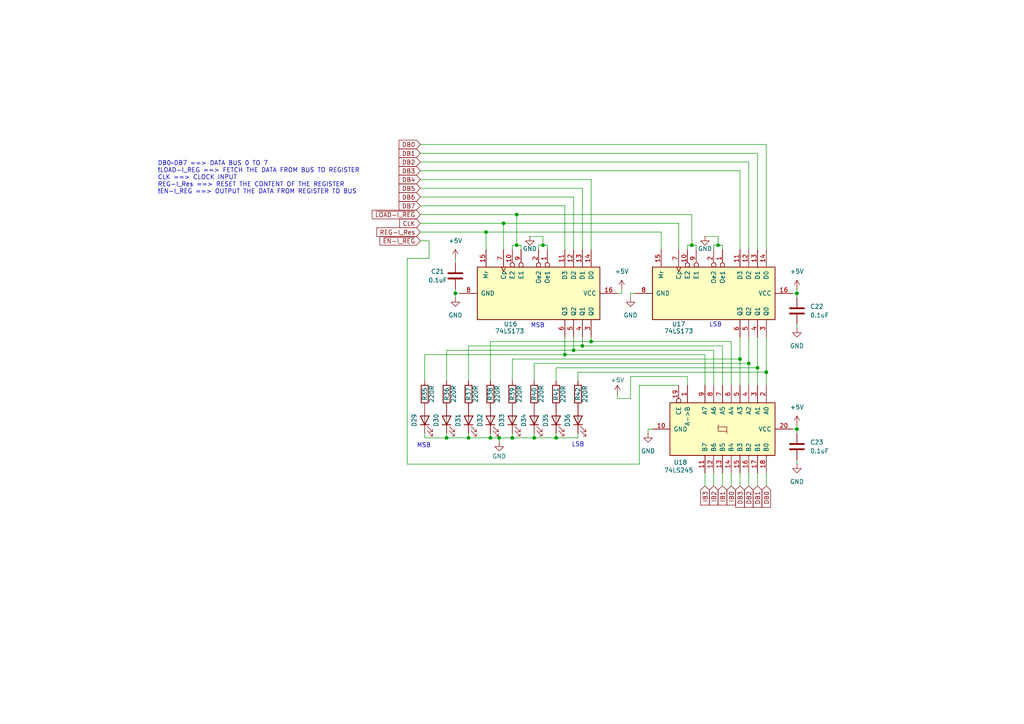
<source format=kicad_sch>
(kicad_sch (version 20231120) (generator "eeschema") (generator_version "8.0")
  (paper "A4")
  (title_block (title "8-BIT INSTRUCTION REGISTER") (date "2024-09-16") (rev "0.0") (company "MY COMPANY") (comment 1 "AUTHOR SAYAN RANA"))
  (lib_symbols
    (symbol "74xx:74LS173" (pin_names (offset 1.016))
      (property "Reference" "U" (at -7.62 19.05 0))
      (property "Value" "74LS173" (at -7.62 -19.05 0))
      (symbol "74LS173_1_0"
        (pin input inverted (at -12.7 2.54 0) (length 5.08) (name "Oe1") (number "1"))
        (pin input inverted (at -12.7 -7.62 0) (length 5.08) (name "E2") (number "10"))
        (pin input line (at -12.7 7.62 0) (length 5.08) (name "D3") (number "11"))
        (pin input line (at -12.7 10.16 0) (length 5.08) (name "D2") (number "12"))
        (pin input line (at -12.7 12.7 0) (length 5.08) (name "D1") (number "13"))
        (pin input line (at -12.7 15.24 0) (length 5.08) (name "D0") (number "14"))
        (pin input line (at -12.7 -15.24 0) (length 5.08) (name "Mr") (number "15"))
        (pin power_in line (at 0 22.86 270) (length 5.08) (name "VCC") (number "16"))
        (pin input inverted (at -12.7 0 0) (length 5.08) (name "Oe2") (number "2"))
        (pin tri_state line (at 12.7 15.24 180) (length 5.08) (name "Q0") (number "3"))
        (pin tri_state line (at 12.7 12.7 180) (length 5.08) (name "Q1") (number "4"))
        (pin tri_state line (at 12.7 10.16 180) (length 5.08) (name "Q2") (number "5"))
        (pin tri_state line (at 12.7 7.62 180) (length 5.08) (name "Q3") (number "6"))
        (pin input clock (at -12.7 -10.16 0) (length 5.08) (name "Cp") (number "7"))
        (pin power_in line (at 0 -22.86 90) (length 5.08) (name "GND") (number "8"))
        (pin input inverted (at -12.7 -5.08 0) (length 5.08) (name "E1") (number "9"))
      )
      (symbol "74LS173_1_1"
        (rectangle (start -7.62 17.78) (end 7.62 -17.78) (stroke (width 0.254)) (fill (type background)))
      )
    )
    (symbol "74xx:74LS245" (pin_names (offset 1.016))
      (property "Reference" "U" (at -7.62 16.51 0))
      (property "Value" "74LS245" (at -7.62 -16.51 0))
      (symbol "74LS245_1_0"
        (polyline (pts (xy -0.635 -1.27) (xy -0.635 1.27) (xy 0.635 1.27)))
        (polyline (pts (xy -1.27 -1.27) (xy 0.635 -1.27) (xy 0.635 1.27) (xy 1.27 1.27)))
        (pin input line (at -12.7 -10.16 0) (length 5.08) (name "A->B") (number "1"))
        (pin power_in line (at 0 -20.32 90) (length 5.08) (name "GND") (number "10"))
        (pin tri_state line (at 12.7 -5.08 180) (length 5.08) (name "B7") (number "11"))
        (pin tri_state line (at 12.7 -2.54 180) (length 5.08) (name "B6") (number "12"))
        (pin tri_state line (at 12.7 0 180) (length 5.08) (name "B5") (number "13"))
        (pin tri_state line (at 12.7 2.54 180) (length 5.08) (name "B4") (number "14"))
        (pin tri_state line (at 12.7 5.08 180) (length 5.08) (name "B3") (number "15"))
        (pin tri_state line (at 12.7 7.62 180) (length 5.08) (name "B2") (number "16"))
        (pin tri_state line (at 12.7 10.16 180) (length 5.08) (name "B1") (number "17"))
        (pin tri_state line (at 12.7 12.7 180) (length 5.08) (name "B0") (number "18"))
        (pin input inverted (at -12.7 -12.7 0) (length 5.08) (name "CE") (number "19"))
        (pin tri_state line (at -12.7 12.7 0) (length 5.08) (name "A0") (number "2"))
        (pin power_in line (at 0 20.32 270) (length 5.08) (name "VCC") (number "20"))
        (pin tri_state line (at -12.7 10.16 0) (length 5.08) (name "A1") (number "3"))
        (pin tri_state line (at -12.7 7.62 0) (length 5.08) (name "A2") (number "4"))
        (pin tri_state line (at -12.7 5.08 0) (length 5.08) (name "A3") (number "5"))
        (pin tri_state line (at -12.7 2.54 0) (length 5.08) (name "A4") (number "6"))
        (pin tri_state line (at -12.7 0 0) (length 5.08) (name "A5") (number "7"))
        (pin tri_state line (at -12.7 -2.54 0) (length 5.08) (name "A6") (number "8"))
        (pin tri_state line (at -12.7 -5.08 0) (length 5.08) (name "A7") (number "9"))
      )
      (symbol "74LS245_1_1"
        (rectangle (start -7.62 15.24) (end 7.62 -15.24) (stroke (width 0.254)) (fill (type background)))
      )
    )
    (symbol "Device:C" (pin_numbers hide) (pin_names (offset 0.254))
      (property "Reference" "C" (at 0.635 2.54 0))
      (property "Value" "C" (at 0.635 -2.54 0))
      (symbol "C_0_1"
        (polyline (pts (xy -2.032 -0.762) (xy 2.032 -0.762)) (stroke (width 0.508)))
        (polyline (pts (xy -2.032 0.762) (xy 2.032 0.762)) (stroke (width 0.508)))
      )
      (symbol "C_1_1"
        (pin passive line (at 0 3.81 270) (length 2.794) (name "~") (number "1"))
        (pin passive line (at 0 -3.81 90) (length 2.794) (name "~") (number "2"))
      )
    )
    (symbol "Device:LED" (pin_numbers hide) (pin_names (offset 1.016) hide)
      (property "Reference" "D" (at 0 2.54 0))
      (property "Value" "LED" (at 0 -2.54 0))
      (symbol "LED_0_1"
        (polyline (pts (xy -1.27 -1.27) (xy -1.27 1.27)) (stroke (width 0.254)))
        (polyline (pts (xy -1.27 0) (xy 1.27 0)))
        (polyline (pts (xy 1.27 -1.27) (xy 1.27 1.27) (xy -1.27 0) (xy 1.27 -1.27)) (stroke (width 0.254)))
        (polyline (pts (xy -3.048 -0.762) (xy -4.572 -2.286) (xy -3.81 -2.286) (xy -4.572 -2.286) (xy -4.572 -1.524)))
        (polyline (pts (xy -1.778 -0.762) (xy -3.302 -2.286) (xy -2.54 -2.286) (xy -3.302 -2.286) (xy -3.302 -1.524)))
      )
      (symbol "LED_1_1"
        (pin passive line (at -3.81 0 0) (length 2.54) (name "K") (number "1"))
        (pin passive line (at 3.81 0 180) (length 2.54) (name "A") (number "2"))
      )
    )
    (symbol "Device:R" (pin_numbers hide) (pin_names (offset 0))
      (property "Reference" "R" (at 2.032 0 90))
      (property "Value" "R" (at 0 0 90))
      (symbol "R_0_1"
        (rectangle (start -1.016 -2.54) (end 1.016 2.54) (stroke (width 0.254)))
      )
      (symbol "R_1_1"
        (pin passive line (at 0 3.81 270) (length 1.27) (name "~") (number "1"))
        (pin passive line (at 0 -3.81 90) (length 1.27) (name "~") (number "2"))
      )
    )
    (symbol "power:+5V" (power) (pin_numbers hide) (pin_names (offset 0) hide)
      (property "Value" "+5V" (at 0 3.556 0))
      (symbol "+5V_0_1"
        (polyline (pts (xy -0.762 1.27) (xy 0 2.54)))
        (polyline (pts (xy 0 0) (xy 0 2.54)))
        (polyline (pts (xy 0 2.54) (xy 0.762 1.27)))
      )
      (symbol "+5V_1_1"
        (pin power_in line (at 0 0 90) (length 0) (name "~") (number "1"))
      )
    )
    (symbol "power:GND" (power) (pin_numbers hide) (pin_names (offset 0) hide)
      (property "Value" "GND" (at 0 -3.81 0))
      (symbol "GND_0_1"
        (polyline (pts (xy 0 0) (xy 0 -1.27) (xy 1.27 -1.27) (xy 0 -2.54) (xy -1.27 -1.27) (xy 0 -1.27)))
      )
      (symbol "GND_1_1"
        (pin power_in line (at 0 0 270) (length 0) (name "~") (number "1"))
      )
    )
  )
  (junction (at 163.83 102.87))
  (junction (at 168.91 100.33))
  (junction (at 135.89 127))
  (junction (at 200.66 71.12))
  (junction (at 129.54 127))
  (junction (at 166.37 101.6))
  (junction (at 142.24 127))
  (junction (at 171.45 99.06))
  (junction (at 231.14 124.46))
  (junction (at 144.78 127))
  (junction (at 214.63 104.14))
  (junction (at 149.86 62.23))
  (junction (at 148.59 127))
  (junction (at 154.94 127))
  (junction (at 157.48 71.12))
  (junction (at 231.14 85.09))
  (junction (at 208.28 71.12))
  (junction (at 161.29 127))
  (junction (at 140.97 67.31))
  (junction (at 132.08 85.09))
  (junction (at 219.71 106.68))
  (junction (at 222.25 107.95))
  (junction (at 146.05 64.77))
  (junction (at 217.17 105.41))
  (junction (at 149.86 71.12))
  (wire (pts (xy 182.88 115.57) (xy 179.07 115.57)))
  (wire (pts (xy 142.24 127) (xy 144.78 127)))
  (wire (pts (xy 180.34 85.09) (xy 179.07 85.09)))
  (wire (pts (xy 157.48 71.12) (xy 158.75 71.12)))
  (wire (pts (xy 154.94 105.41) (xy 217.17 105.41)))
  (wire (pts (xy 148.59 104.14) (xy 214.63 104.14)))
  (wire (pts (xy 121.92 62.23) (xy 149.86 62.23)))
  (wire (pts (xy 121.92 64.77) (xy 146.05 64.77)))
  (wire (pts (xy 229.87 124.46) (xy 231.14 124.46)))
  (wire (pts (xy 149.86 71.12) (xy 151.13 71.12)))
  (wire (pts (xy 154.94 127) (xy 161.29 127)))
  (wire (pts (xy 146.05 64.77) (xy 196.85 64.77)))
  (wire (pts (xy 129.54 125.73) (xy 129.54 127)))
  (wire (pts (xy 185.42 134.62) (xy 118.11 134.62)))
  (wire (pts (xy 167.64 107.95) (xy 222.25 107.95)))
  (wire (pts (xy 209.55 100.33) (xy 168.91 100.33)))
  (wire (pts (xy 121.92 52.07) (xy 171.45 52.07)))
  (wire (pts (xy 231.14 123.19) (xy 231.14 124.46)))
  (wire (pts (xy 142.24 125.73) (xy 142.24 127)))
  (wire (pts (xy 166.37 57.15) (xy 166.37 72.39)))
  (wire (pts (xy 214.63 137.16) (xy 214.63 140.97)))
  (wire (pts (xy 185.42 111.76) (xy 185.42 134.62)))
  (wire (pts (xy 179.07 115.57) (xy 179.07 114.3)))
  (wire (pts (xy 199.39 109.22) (xy 182.88 109.22)))
  (wire (pts (xy 207.01 72.39) (xy 207.01 71.12)))
  (wire (pts (xy 219.71 106.68) (xy 219.71 111.76)))
  (wire (pts (xy 209.55 100.33) (xy 209.55 111.76)))
  (wire (pts (xy 217.17 137.16) (xy 217.17 140.97)))
  (wire (pts (xy 124.46 69.85) (xy 121.92 69.85)))
  (wire (pts (xy 132.08 85.09) (xy 132.08 86.36)))
  (wire (pts (xy 212.09 137.16) (xy 212.09 140.97)))
  (wire (pts (xy 219.71 97.79) (xy 219.71 106.68)))
  (wire (pts (xy 135.89 125.73) (xy 135.89 127)))
  (wire (pts (xy 209.55 137.16) (xy 209.55 140.97)))
  (wire (pts (xy 135.89 127) (xy 142.24 127)))
  (wire (pts (xy 199.39 71.12) (xy 200.66 71.12)))
  (wire (pts (xy 140.97 67.31) (xy 191.77 67.31)))
  (wire (pts (xy 222.25 97.79) (xy 222.25 107.95)))
  (wire (pts (xy 154.94 110.49) (xy 154.94 105.41)))
  (wire (pts (xy 231.14 133.35) (xy 231.14 134.62)))
  (wire (pts (xy 200.66 62.23) (xy 149.86 62.23)))
  (wire (pts (xy 204.47 68.58) (xy 208.28 68.58)))
  (wire (pts (xy 123.19 125.73) (xy 123.19 127)))
  (wire (pts (xy 121.92 44.45) (xy 219.71 44.45)))
  (wire (pts (xy 121.92 49.53) (xy 214.63 49.53)))
  (wire (pts (xy 180.34 83.82) (xy 180.34 85.09)))
  (wire (pts (xy 129.54 101.6) (xy 166.37 101.6)))
  (wire (pts (xy 182.88 85.09) (xy 182.88 86.36)))
  (wire (pts (xy 204.47 102.87) (xy 163.83 102.87)))
  (wire (pts (xy 156.21 72.39) (xy 156.21 71.12)))
  (wire (pts (xy 231.14 93.98) (xy 231.14 95.25)))
  (wire (pts (xy 222.25 41.91) (xy 222.25 72.39)))
  (wire (pts (xy 168.91 54.61) (xy 121.92 54.61)))
  (wire (pts (xy 231.14 85.09) (xy 231.14 83.82)))
  (wire (pts (xy 200.66 71.12) (xy 201.93 71.12)))
  (wire (pts (xy 208.28 68.58) (xy 208.28 71.12)))
  (wire (pts (xy 146.05 64.77) (xy 146.05 72.39)))
  (wire (pts (xy 161.29 125.73) (xy 161.29 127)))
  (wire (pts (xy 148.59 72.39) (xy 148.59 71.12)))
  (wire (pts (xy 144.78 127) (xy 148.59 127)))
  (wire (pts (xy 154.94 125.73) (xy 154.94 127)))
  (wire (pts (xy 142.24 99.06) (xy 171.45 99.06)))
  (wire (pts (xy 207.01 137.16) (xy 207.01 140.97)))
  (wire (pts (xy 212.09 99.06) (xy 171.45 99.06)))
  (wire (pts (xy 163.83 102.87) (xy 123.19 102.87)))
  (wire (pts (xy 196.85 64.77) (xy 196.85 72.39)))
  (wire (pts (xy 167.64 110.49) (xy 167.64 107.95)))
  (wire (pts (xy 144.78 127) (xy 144.78 128.27)))
  (wire (pts (xy 148.59 71.12) (xy 149.86 71.12)))
  (wire (pts (xy 140.97 72.39) (xy 140.97 67.31)))
  (wire (pts (xy 199.39 111.76) (xy 199.39 109.22)))
  (wire (pts (xy 229.87 85.09) (xy 231.14 85.09)))
  (wire (pts (xy 158.75 71.12) (xy 158.75 72.39)))
  (wire (pts (xy 187.96 125.73) (xy 187.96 124.46)))
  (wire (pts (xy 161.29 110.49) (xy 161.29 106.68)))
  (wire (pts (xy 204.47 137.16) (xy 204.47 140.97)))
  (wire (pts (xy 121.92 41.91) (xy 222.25 41.91)))
  (wire (pts (xy 153.67 68.58) (xy 157.48 68.58)))
  (wire (pts (xy 208.28 71.12) (xy 209.55 71.12)))
  (wire (pts (xy 219.71 137.16) (xy 219.71 140.97)))
  (wire (pts (xy 214.63 49.53) (xy 214.63 72.39)))
  (wire (pts (xy 214.63 97.79) (xy 214.63 104.14)))
  (wire (pts (xy 163.83 59.69) (xy 163.83 72.39)))
  (wire (pts (xy 171.45 99.06) (xy 171.45 97.79)))
  (wire (pts (xy 204.47 102.87) (xy 204.47 111.76)))
  (wire (pts (xy 156.21 71.12) (xy 157.48 71.12)))
  (wire (pts (xy 231.14 124.46) (xy 231.14 125.73)))
  (wire (pts (xy 132.08 83.82) (xy 132.08 85.09)))
  (wire (pts (xy 207.01 71.12) (xy 208.28 71.12)))
  (wire (pts (xy 209.55 71.12) (xy 209.55 72.39)))
  (wire (pts (xy 121.92 57.15) (xy 166.37 57.15)))
  (wire (pts (xy 201.93 71.12) (xy 201.93 72.39)))
  (wire (pts (xy 217.17 105.41) (xy 217.17 111.76)))
  (wire (pts (xy 123.19 127) (xy 129.54 127)))
  (wire (pts (xy 148.59 110.49) (xy 148.59 104.14)))
  (wire (pts (xy 219.71 44.45) (xy 219.71 72.39)))
  (wire (pts (xy 231.14 85.09) (xy 231.14 86.36)))
  (wire (pts (xy 185.42 111.76) (xy 196.85 111.76)))
  (wire (pts (xy 148.59 127) (xy 154.94 127)))
  (wire (pts (xy 187.96 124.46) (xy 189.23 124.46)))
  (wire (pts (xy 121.92 46.99) (xy 217.17 46.99)))
  (wire (pts (xy 124.46 74.93) (xy 124.46 69.85)))
  (wire (pts (xy 121.92 59.69) (xy 163.83 59.69)))
  (wire (pts (xy 123.19 102.87) (xy 123.19 110.49)))
  (wire (pts (xy 171.45 52.07) (xy 171.45 72.39)))
  (wire (pts (xy 182.88 109.22) (xy 182.88 115.57)))
  (wire (pts (xy 200.66 71.12) (xy 200.66 62.23)))
  (wire (pts (xy 129.54 127) (xy 135.89 127)))
  (wire (pts (xy 149.86 62.23) (xy 149.86 71.12)))
  (wire (pts (xy 118.11 74.93) (xy 124.46 74.93)))
  (wire (pts (xy 217.17 46.99) (xy 217.17 72.39)))
  (wire (pts (xy 214.63 104.14) (xy 214.63 111.76)))
  (wire (pts (xy 157.48 68.58) (xy 157.48 71.12)))
  (wire (pts (xy 212.09 99.06) (xy 212.09 111.76)))
  (wire (pts (xy 217.17 97.79) (xy 217.17 105.41)))
  (wire (pts (xy 166.37 101.6) (xy 166.37 97.79)))
  (wire (pts (xy 161.29 127) (xy 167.64 127)))
  (wire (pts (xy 135.89 110.49) (xy 135.89 100.33)))
  (wire (pts (xy 151.13 71.12) (xy 151.13 72.39)))
  (wire (pts (xy 163.83 102.87) (xy 163.83 97.79)))
  (wire (pts (xy 168.91 72.39) (xy 168.91 54.61)))
  (wire (pts (xy 222.25 137.16) (xy 222.25 140.97)))
  (wire (pts (xy 135.89 100.33) (xy 168.91 100.33)))
  (wire (pts (xy 191.77 67.31) (xy 191.77 72.39)))
  (wire (pts (xy 207.01 101.6) (xy 207.01 111.76)))
  (wire (pts (xy 133.35 85.09) (xy 132.08 85.09)))
  (wire (pts (xy 129.54 110.49) (xy 129.54 101.6)))
  (wire (pts (xy 199.39 72.39) (xy 199.39 71.12)))
  (wire (pts (xy 148.59 125.73) (xy 148.59 127)))
  (wire (pts (xy 161.29 106.68) (xy 219.71 106.68)))
  (wire (pts (xy 184.15 85.09) (xy 182.88 85.09)))
  (wire (pts (xy 168.91 100.33) (xy 168.91 97.79)))
  (wire (pts (xy 132.08 74.93) (xy 132.08 76.2)))
  (wire (pts (xy 167.64 127) (xy 167.64 125.73)))
  (wire (pts (xy 121.92 67.31) (xy 140.97 67.31)))
  (wire (pts (xy 166.37 101.6) (xy 207.01 101.6)))
  (wire (pts (xy 142.24 110.49) (xy 142.24 99.06)))
  (wire (pts (xy 118.11 134.62) (xy 118.11 74.93)))
  (wire (pts (xy 222.25 107.95) (xy 222.25 111.76)))
  (text "MSB" (at 122.936 129.286 0) (effects (font (size 1.27 1.27))))
  (text "LSB" (at 167.64 129.032 0) (effects (font (size 1.27 1.27))))
  (text "LSB" (at 207.518 94.234 0) (effects (font (size 1.27 1.27))))
  (text "MSB" (at 155.956 94.488 0) (effects (font (size 1.27 1.27))))
  (text "DB0~DB7 ==> DATA BUS 0 TO 7\n!LOAD-I_REG ==> FETCH THE DATA FROM BUS TO REGISTER\nCLK ==> CLOCK INPUT\nREG-I_Res ==> RESET THE CONTENT OF THE REGISTER\n!EN-I_REG ==> OUTPUT THE DATA FROM REGISTER TO BUS" (at 45.72 51.562 0) (effects (font (size 1.27 1.27)) (justify left)))
  (global_label "DB2" (shape input) (at 217.17 140.97 270) (property "Intersheetrefs" "${INTERSHEET_REFS}" (effects (hide yes))))
  (global_label "DB3" (shape input) (at 121.92 49.53 180) (property "Intersheetrefs" "${INTERSHEET_REFS}" (effects (hide yes))))
  (global_label "DB1" (shape input) (at 121.92 44.45 180) (property "Intersheetrefs" "${INTERSHEET_REFS}" (effects (hide yes))))
  (global_label "DB0" (shape input) (at 121.92 41.91 180) (property "Intersheetrefs" "${INTERSHEET_REFS}" (effects (hide yes))))
  (global_label "DB0" (shape input) (at 222.25 140.97 270) (property "Intersheetrefs" "${INTERSHEET_REFS}" (effects (hide yes))))
  (global_label "DB6" (shape input) (at 121.92 57.15 180) (property "Intersheetrefs" "${INTERSHEET_REFS}" (effects (hide yes))))
  (global_label "DB4" (shape input) (at 121.92 52.07 180) (property "Intersheetrefs" "${INTERSHEET_REFS}" (effects (hide yes))))
  (global_label "DB3" (shape input) (at 214.63 140.97 270) (property "Intersheetrefs" "${INTERSHEET_REFS}" (effects (hide yes))))
  (global_label "IB2" (shape input) (at 207.01 140.97 270) (property "Intersheetrefs" "${INTERSHEET_REFS}" (effects (hide yes))))
  (global_label "~{EN-I_REG}" (shape input) (at 121.92 69.85 180) (property "Intersheetrefs" "${INTERSHEET_REFS}" (effects (hide yes))))
  (global_label "IB1" (shape input) (at 209.55 140.97 270) (property "Intersheetrefs" "${INTERSHEET_REFS}" (effects (hide yes))))
  (global_label "DB5" (shape input) (at 121.92 54.61 180) (property "Intersheetrefs" "${INTERSHEET_REFS}" (effects (hide yes))))
  (global_label "IB0" (shape input) (at 212.09 140.97 270) (property "Intersheetrefs" "${INTERSHEET_REFS}" (effects (hide yes))))
  (global_label "DB2" (shape input) (at 121.92 46.99 180) (property "Intersheetrefs" "${INTERSHEET_REFS}" (effects (hide yes))))
  (global_label "DB7" (shape input) (at 121.92 59.69 180) (property "Intersheetrefs" "${INTERSHEET_REFS}" (effects (hide yes))))
  (global_label "IB3" (shape input) (at 204.47 140.97 270) (property "Intersheetrefs" "${INTERSHEET_REFS}" (effects (hide yes))))
  (global_label "~{LOAD-I_REG}" (shape input) (at 121.92 62.23 180) (property "Intersheetrefs" "${INTERSHEET_REFS}" (effects (hide yes))))
  (global_label "REG-I_Res" (shape input) (at 121.92 67.31 180) (property "Intersheetrefs" "${INTERSHEET_REFS}" (effects (hide yes))))
  (global_label "CLK" (shape input) (at 121.92 64.77 180) (property "Intersheetrefs" "${INTERSHEET_REFS}" (effects (hide yes))))
  (global_label "DB1" (shape input) (at 219.71 140.97 270) (property "Intersheetrefs" "${INTERSHEET_REFS}" (effects (hide yes))))
  (symbol (lib_id "power:GND") (at 204.47 68.58 0) (unit 1)
    (property "Reference" "#PWR063" (effects (hide yes)))
    (property "Value" "GND" (at 204.47 72.136 0))
    (property "Description" "Power symbol creates a global label with name \"GND\" , ground" (effects (hide yes)))
  )
  (symbol (lib_id "power:GND") (at 231.14 134.62 0) (unit 1)
    (property "Reference" "#PWR067" (effects (hide yes)))
    (property "Value" "GND" (at 231.14 139.7 0))
    (property "Description" "Power symbol creates a global label with name \"GND\" , ground" (effects (hide yes)))
  )
  (symbol (lib_id "Device:R") (at 154.94 114.3 180) (unit 1)
    (property "Reference" "R40" (at 154.94 114.3 90))
    (property "Value" "220R" (at 156.972 114.3 90))
    (property "Description" "Resistor" (effects (hide yes)))
  )
  (symbol (lib_id "power:GND") (at 144.78 128.27 0) (unit 1)
    (property "Reference" "#PWR057" (effects (hide yes)))
    (property "Value" "GND" (at 144.78 132.334 0))
    (property "Description" "Power symbol creates a global label with name \"GND\" , ground" (effects (hide yes)))
  )
  (symbol (lib_id "power:GND") (at 182.88 86.36 0) (unit 1)
    (property "Reference" "#PWR061" (effects (hide yes)))
    (property "Value" "GND" (at 182.88 91.44 0))
    (property "Description" "Power symbol creates a global label with name \"GND\" , ground" (effects (hide yes)))
  )
  (symbol (lib_id "Device:C") (at 231.14 90.17 0) (unit 1)
    (property "Reference" "C22" (at 234.95 88.8999 0) (effects (justify left)))
    (property "Value" "0.1uF" (at 234.95 91.4399 0) (effects (justify left)))
    (property "Description" "Unpolarized capacitor" (effects (hide yes)))
  )
  (symbol (lib_id "Device:R") (at 135.89 114.3 180) (unit 1)
    (property "Reference" "R37" (at 135.89 114.3 90))
    (property "Value" "220R" (at 137.922 114.3 90))
    (property "Description" "Resistor" (effects (hide yes)))
  )
  (symbol (lib_id "Device:C") (at 231.14 129.54 0) (unit 1)
    (property "Reference" "C23" (at 234.95 128.2699 0) (effects (justify left)))
    (property "Value" "0.1uF" (at 234.95 130.8099 0) (effects (justify left)))
    (property "Description" "Unpolarized capacitor" (effects (hide yes)))
  )
  (symbol (lib_id "Device:R") (at 167.64 114.3 180) (unit 1)
    (property "Reference" "R42" (at 167.64 114.3 90))
    (property "Value" "220R" (at 169.672 114.3 90))
    (property "Description" "Resistor" (effects (hide yes)))
  )
  (symbol (lib_id "74xx:74LS173") (at 207.01 85.09 270) (unit 1)
    (property "Reference" "U17" (at 196.85 93.98 90))
    (property "Value" "74LS173" (at 196.85 96.012 90))
    (property "Datasheet" "http://www.ti.com/lit/gpn/sn74LS173" (effects (hide yes)))
    (property "Description" "4-bit D-type Register, 3 state out" (effects (hide yes)))
  )
  (symbol (lib_id "Device:LED") (at 161.29 121.92 90) (unit 1)
    (property "Reference" "D35" (at 158.242 121.92 0))
    (property "Value" "LED" (effects (hide yes)))
    (property "Description" "Light emitting diode" (effects (hide yes)))
  )
  (symbol (lib_id "power:+5V") (at 231.14 83.82 0) (unit 1)
    (property "Reference" "#PWR064" (effects (hide yes)))
    (property "Value" "+5V" (at 231.14 78.74 0))
    (property "Description" "Power symbol creates a global label with name \"+5V\"" (effects (hide yes)))
  )
  (symbol (lib_id "power:GND") (at 153.67 68.58 0) (unit 1)
    (property "Reference" "#PWR058" (effects (hide yes)))
    (property "Value" "GND" (at 153.67 72.136 0))
    (property "Description" "Power symbol creates a global label with name \"GND\" , ground" (effects (hide yes)))
  )
  (symbol (lib_id "power:+5V") (at 180.34 83.82 0) (unit 1)
    (property "Reference" "#PWR060" (effects (hide yes)))
    (property "Value" "+5V" (at 180.34 78.74 0))
    (property "Description" "Power symbol creates a global label with name \"+5V\"" (effects (hide yes)))
  )
  (symbol (lib_id "Device:LED") (at 135.89 121.92 90) (unit 1)
    (property "Reference" "D31" (at 132.842 121.92 0))
    (property "Value" "LED" (effects (hide yes)))
    (property "Description" "Light emitting diode" (effects (hide yes)))
  )
  (symbol (lib_id "Device:LED") (at 129.54 121.92 90) (unit 1)
    (property "Reference" "D30" (at 126.492 121.92 0))
    (property "Value" "LED" (effects (hide yes)))
    (property "Description" "Light emitting diode" (effects (hide yes)))
  )
  (symbol (lib_id "Device:LED") (at 154.94 121.92 90) (unit 1)
    (property "Reference" "D34" (at 151.892 121.92 0))
    (property "Value" "LED" (effects (hide yes)))
    (property "Description" "Light emitting diode" (effects (hide yes)))
  )
  (symbol (lib_id "Device:LED") (at 148.59 121.92 90) (unit 1)
    (property "Reference" "D33" (at 145.542 121.92 0))
    (property "Value" "LED" (effects (hide yes)))
    (property "Description" "Light emitting diode" (effects (hide yes)))
  )
  (symbol (lib_id "Device:R") (at 148.59 114.3 180) (unit 1)
    (property "Reference" "R39" (at 148.59 114.3 90))
    (property "Value" "220R" (at 150.622 114.3 90))
    (property "Description" "Resistor" (effects (hide yes)))
  )
  (symbol (lib_id "74xx:74LS245") (at 209.55 124.46 270) (unit 1)
    (property "Reference" "U18" (at 197.358 134.112 90))
    (property "Value" "74LS245" (at 196.85 136.398 90))
    (property "Datasheet" "http://www.ti.com/lit/gpn/sn74LS245" (effects (hide yes)))
    (property "Description" "Octal BUS Transceivers, 3-State outputs" (effects (hide yes)))
  )
  (symbol (lib_id "Device:R") (at 161.29 114.3 180) (unit 1)
    (property "Reference" "R41" (at 161.29 114.3 90))
    (property "Value" "220R" (at 163.322 114.3 90))
    (property "Description" "Resistor" (effects (hide yes)))
  )
  (symbol (lib_id "Device:R") (at 142.24 114.3 180) (unit 1)
    (property "Reference" "R38" (at 142.24 114.3 90))
    (property "Value" "220R" (at 144.272 114.3 90))
    (property "Description" "Resistor" (effects (hide yes)))
  )
  (symbol (lib_id "Device:LED") (at 123.19 121.92 90) (unit 1)
    (property "Reference" "D29" (at 120.142 121.92 0))
    (property "Value" "LED" (effects (hide yes)))
    (property "Description" "Light emitting diode" (effects (hide yes)))
  )
  (symbol (lib_id "Device:LED") (at 167.64 121.92 90) (unit 1)
    (property "Reference" "D36" (at 164.592 121.92 0))
    (property "Value" "LED" (effects (hide yes)))
    (property "Description" "Light emitting diode" (effects (hide yes)))
  )
  (symbol (lib_id "power:+5V") (at 179.07 114.3 0) (unit 1)
    (property "Reference" "#PWR059" (effects (hide yes)))
    (property "Value" "+5V" (at 179.07 110.236 0))
    (property "Description" "Power symbol creates a global label with name \"+5V\"" (effects (hide yes)))
  )
  (symbol (lib_id "Device:LED") (at 142.24 121.92 90) (unit 1)
    (property "Reference" "D32" (at 139.192 121.92 0))
    (property "Value" "LED" (effects (hide yes)))
    (property "Description" "Light emitting diode" (effects (hide yes)))
  )
  (symbol (lib_id "power:+5V") (at 132.08 74.93 0) (unit 1)
    (property "Reference" "#PWR055" (effects (hide yes)))
    (property "Value" "+5V" (at 132.08 69.85 0))
    (property "Description" "Power symbol creates a global label with name \"+5V\"" (effects (hide yes)))
  )
  (symbol (lib_id "power:+5V") (at 231.14 123.19 0) (unit 1)
    (property "Reference" "#PWR066" (effects (hide yes)))
    (property "Value" "+5V" (at 231.14 118.11 0))
    (property "Description" "Power symbol creates a global label with name \"+5V\"" (effects (hide yes)))
  )
  (symbol (lib_id "power:GND") (at 132.08 86.36 0) (unit 1)
    (property "Reference" "#PWR056" (effects (hide yes)))
    (property "Value" "GND" (at 132.08 91.44 0))
    (property "Description" "Power symbol creates a global label with name \"GND\" , ground" (effects (hide yes)))
  )
  (symbol (lib_id "power:GND") (at 231.14 95.25 0) (unit 1)
    (property "Reference" "#PWR065" (effects (hide yes)))
    (property "Value" "GND" (at 231.14 100.33 0))
    (property "Description" "Power symbol creates a global label with name \"GND\" , ground" (effects (hide yes)))
  )
  (symbol (lib_id "Device:R") (at 123.19 114.3 180) (unit 1)
    (property "Reference" "R35" (at 123.19 114.3 90))
    (property "Value" "220R" (at 125.222 114.3 90))
    (property "Description" "Resistor" (effects (hide yes)))
  )
  (symbol (lib_id "74xx:74LS173") (at 156.21 85.09 270) (unit 1)
    (property "Reference" "U16" (at 148.082 93.98 90))
    (property "Value" "74LS173" (at 147.828 96.012 90))
    (property "Datasheet" "http://www.ti.com/lit/gpn/sn74LS173" (effects (hide yes)))
    (property "Description" "4-bit D-type Register, 3 state out" (effects (hide yes)))
  )
  (symbol (lib_id "Device:C") (at 132.08 80.01 0) (unit 1)
    (property "Reference" "C21" (at 124.968 78.74 0) (effects (justify left)))
    (property "Value" "0.1uF" (at 124.206 81.28 0) (effects (justify left)))
    (property "Description" "Unpolarized capacitor" (effects (hide yes)))
  )
  (symbol (lib_id "Device:R") (at 129.54 114.3 180) (unit 1)
    (property "Reference" "R36" (at 129.54 114.3 90))
    (property "Value" "220R" (at 131.572 114.3 90))
    (property "Description" "Resistor" (effects (hide yes)))
  )
  (symbol (lib_id "power:GND") (at 187.96 125.73 0) (unit 1)
    (property "Reference" "#PWR062" (effects (hide yes)))
    (property "Value" "GND" (at 187.96 130.81 0))
    (property "Description" "Power symbol creates a global label with name \"GND\" , ground" (effects (hide yes)))
  )
)
</source>
